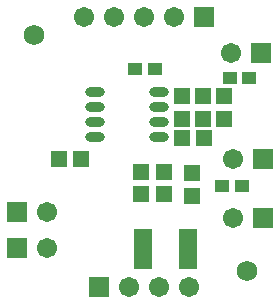
<source format=gbs>
G04 Layer_Color=16711935*
%FSLAX25Y25*%
%MOIN*%
G70*
G01*
G75*
%ADD30C,0.06706*%
%ADD31R,0.06706X0.06706*%
%ADD32C,0.06800*%
%ADD33R,0.04599X0.04147*%
%ADD34R,0.05288X0.05524*%
%ADD35R,0.06312X0.13792*%
%ADD36R,0.05524X0.05288*%
%ADD37O,0.06509X0.03162*%
D30*
X78000Y29500D02*
D03*
Y49000D02*
D03*
X43500Y6500D02*
D03*
X53500D02*
D03*
X63500D02*
D03*
X16000Y31500D02*
D03*
Y19500D02*
D03*
X58500Y96500D02*
D03*
X48500D02*
D03*
X38500D02*
D03*
X28500D02*
D03*
X77500Y84500D02*
D03*
D31*
X88000Y29500D02*
D03*
Y49000D02*
D03*
X33500Y6500D02*
D03*
X6000Y31500D02*
D03*
Y19500D02*
D03*
X68500Y96500D02*
D03*
X87500Y84500D02*
D03*
D32*
X11811Y90551D02*
D03*
X82677Y11811D02*
D03*
D33*
X83496Y76000D02*
D03*
X77000D02*
D03*
X81000Y40000D02*
D03*
X74504D02*
D03*
X45504Y79000D02*
D03*
X52000D02*
D03*
D34*
X20000Y49000D02*
D03*
X27520D02*
D03*
X61000Y56000D02*
D03*
X68520D02*
D03*
D35*
X48039Y19000D02*
D03*
X63000D02*
D03*
D36*
X61000Y62480D02*
D03*
Y70000D02*
D03*
X68000Y62480D02*
D03*
Y70000D02*
D03*
X47500Y37240D02*
D03*
Y44760D02*
D03*
X55000Y37240D02*
D03*
Y44760D02*
D03*
X64500Y36740D02*
D03*
Y44260D02*
D03*
X75000Y62480D02*
D03*
Y70000D02*
D03*
D37*
X32043Y56500D02*
D03*
Y61500D02*
D03*
Y66500D02*
D03*
Y71500D02*
D03*
X53500Y56500D02*
D03*
Y61500D02*
D03*
Y66500D02*
D03*
Y71500D02*
D03*
M02*

</source>
